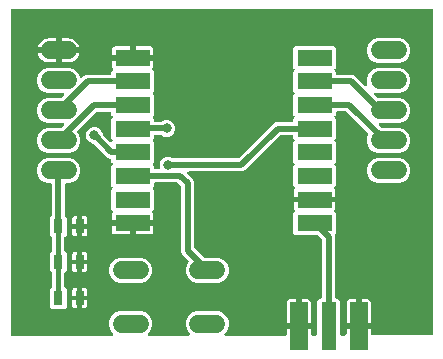
<source format=gbr>
G04 EAGLE Gerber RS-274X export*
G75*
%MOMM*%
%FSLAX34Y34*%
%LPD*%
%INTop Copper*%
%IPPOS*%
%AMOC8*
5,1,8,0,0,1.08239X$1,22.5*%
G01*
%ADD10R,0.800000X1.200000*%
%ADD11C,1.524000*%
%ADD12R,3.000000X1.400000*%
%ADD13R,1.524000X4.064000*%
%ADD14R,1.270000X4.064000*%
%ADD15C,0.508000*%
%ADD16C,0.806400*%
%ADD17C,0.406400*%

G36*
X96083Y533211D02*
X96083Y533211D01*
X96220Y533229D01*
X96359Y533242D01*
X96378Y533249D01*
X96399Y533251D01*
X96527Y533302D01*
X96658Y533349D01*
X96675Y533361D01*
X96695Y533369D01*
X96806Y533450D01*
X96921Y533528D01*
X96935Y533543D01*
X96952Y533556D01*
X97040Y533663D01*
X97132Y533766D01*
X97141Y533785D01*
X97154Y533801D01*
X97213Y533926D01*
X97276Y534050D01*
X97281Y534070D01*
X97290Y534089D01*
X97316Y534225D01*
X97346Y534360D01*
X97345Y534381D01*
X97349Y534401D01*
X97341Y534539D01*
X97336Y534678D01*
X97331Y534698D01*
X97329Y534718D01*
X97287Y534850D01*
X97248Y534983D01*
X97237Y535001D01*
X97231Y535021D01*
X97157Y535137D01*
X97086Y535257D01*
X97067Y535279D01*
X97061Y535289D01*
X97046Y535303D01*
X96980Y535378D01*
X95095Y537263D01*
X93471Y541184D01*
X93471Y545428D01*
X95095Y549349D01*
X98097Y552351D01*
X102018Y553975D01*
X121502Y553975D01*
X125423Y552351D01*
X128425Y549349D01*
X130049Y545428D01*
X130049Y541184D01*
X128425Y537263D01*
X126561Y535399D01*
X126476Y535289D01*
X126387Y535182D01*
X126378Y535164D01*
X126366Y535148D01*
X126311Y535020D01*
X126251Y534894D01*
X126248Y534874D01*
X126240Y534856D01*
X126218Y534718D01*
X126192Y534581D01*
X126193Y534562D01*
X126190Y534542D01*
X126203Y534403D01*
X126212Y534264D01*
X126218Y534245D01*
X126220Y534225D01*
X126267Y534094D01*
X126310Y533961D01*
X126321Y533945D01*
X126327Y533926D01*
X126406Y533810D01*
X126480Y533693D01*
X126495Y533679D01*
X126506Y533663D01*
X126611Y533570D01*
X126712Y533475D01*
X126729Y533466D01*
X126744Y533452D01*
X126869Y533389D01*
X126991Y533322D01*
X127010Y533317D01*
X127028Y533308D01*
X127164Y533277D01*
X127299Y533243D01*
X127326Y533241D01*
X127338Y533238D01*
X127358Y533239D01*
X127459Y533232D01*
X161064Y533255D01*
X161201Y533272D01*
X161339Y533285D01*
X161359Y533293D01*
X161379Y533295D01*
X161508Y533346D01*
X161638Y533393D01*
X161656Y533405D01*
X161675Y533412D01*
X161787Y533494D01*
X161902Y533572D01*
X161915Y533587D01*
X161932Y533599D01*
X162021Y533706D01*
X162112Y533810D01*
X162121Y533828D01*
X162135Y533844D01*
X162194Y533970D01*
X162257Y534093D01*
X162261Y534113D01*
X162270Y534132D01*
X162296Y534269D01*
X162326Y534404D01*
X162326Y534424D01*
X162330Y534445D01*
X162321Y534583D01*
X162317Y534722D01*
X162311Y534741D01*
X162310Y534762D01*
X162267Y534894D01*
X162228Y535027D01*
X162218Y535045D01*
X162211Y535065D01*
X162137Y535182D01*
X162067Y535301D01*
X162048Y535323D01*
X162041Y535333D01*
X162026Y535347D01*
X161960Y535422D01*
X160119Y537263D01*
X158495Y541184D01*
X158495Y545428D01*
X160119Y549349D01*
X163121Y552351D01*
X167042Y553975D01*
X186526Y553975D01*
X190447Y552351D01*
X193449Y549349D01*
X195073Y545428D01*
X195073Y541184D01*
X193449Y537263D01*
X191629Y535443D01*
X191543Y535333D01*
X191454Y535225D01*
X191446Y535207D01*
X191434Y535192D01*
X191378Y535064D01*
X191319Y534937D01*
X191315Y534918D01*
X191308Y534900D01*
X191286Y534762D01*
X191260Y534625D01*
X191261Y534605D01*
X191258Y534586D01*
X191271Y534446D01*
X191280Y534308D01*
X191286Y534289D01*
X191287Y534269D01*
X191335Y534137D01*
X191378Y534005D01*
X191388Y533989D01*
X191395Y533970D01*
X191474Y533854D01*
X191548Y533737D01*
X191563Y533723D01*
X191574Y533707D01*
X191678Y533614D01*
X191780Y533519D01*
X191797Y533509D01*
X191812Y533496D01*
X191937Y533433D01*
X192058Y533366D01*
X192078Y533361D01*
X192095Y533352D01*
X192231Y533321D01*
X192366Y533286D01*
X192394Y533285D01*
X192406Y533282D01*
X192426Y533283D01*
X192527Y533276D01*
X242571Y533310D01*
X242689Y533325D01*
X242807Y533332D01*
X242846Y533345D01*
X242886Y533350D01*
X242997Y533394D01*
X243109Y533430D01*
X243144Y533452D01*
X243182Y533467D01*
X243278Y533537D01*
X243378Y533600D01*
X243406Y533630D01*
X243439Y533654D01*
X243515Y533746D01*
X243596Y533832D01*
X243616Y533868D01*
X243642Y533899D01*
X243692Y534007D01*
X243750Y534110D01*
X243760Y534150D01*
X243777Y534187D01*
X243799Y534304D01*
X243829Y534418D01*
X243833Y534479D01*
X243837Y534499D01*
X243835Y534520D01*
X243839Y534579D01*
X243839Y538481D01*
X252730Y538481D01*
X252848Y538496D01*
X252967Y538503D01*
X253005Y538516D01*
X253045Y538521D01*
X253156Y538564D01*
X253269Y538601D01*
X253304Y538623D01*
X253341Y538638D01*
X253437Y538708D01*
X253538Y538771D01*
X253566Y538801D01*
X253598Y538825D01*
X253674Y538916D01*
X253756Y539003D01*
X253775Y539038D01*
X253801Y539069D01*
X253852Y539177D01*
X253909Y539281D01*
X253920Y539321D01*
X253937Y539357D01*
X253959Y539474D01*
X253989Y539589D01*
X253993Y539650D01*
X253997Y539670D01*
X253995Y539690D01*
X253999Y539750D01*
X253999Y541021D01*
X254001Y541021D01*
X254001Y539750D01*
X254016Y539632D01*
X254023Y539513D01*
X254036Y539475D01*
X254041Y539435D01*
X254085Y539324D01*
X254121Y539211D01*
X254143Y539176D01*
X254158Y539139D01*
X254228Y539043D01*
X254291Y538942D01*
X254321Y538914D01*
X254345Y538881D01*
X254436Y538806D01*
X254523Y538724D01*
X254558Y538704D01*
X254590Y538679D01*
X254697Y538628D01*
X254801Y538570D01*
X254841Y538560D01*
X254877Y538543D01*
X254994Y538521D01*
X255109Y538491D01*
X255170Y538487D01*
X255190Y538483D01*
X255210Y538485D01*
X255270Y538481D01*
X264161Y538481D01*
X264161Y534594D01*
X264176Y534476D01*
X264183Y534357D01*
X264196Y534319D01*
X264201Y534279D01*
X264245Y534168D01*
X264281Y534054D01*
X264303Y534020D01*
X264318Y533983D01*
X264388Y533887D01*
X264452Y533786D01*
X264481Y533758D01*
X264504Y533726D01*
X264597Y533650D01*
X264684Y533568D01*
X264719Y533549D01*
X264749Y533523D01*
X264858Y533472D01*
X264962Y533415D01*
X265001Y533405D01*
X265037Y533388D01*
X265154Y533365D01*
X265270Y533335D01*
X265330Y533332D01*
X265349Y533328D01*
X265370Y533329D01*
X265431Y533325D01*
X268733Y533327D01*
X268851Y533342D01*
X268969Y533350D01*
X269008Y533362D01*
X269048Y533368D01*
X269159Y533411D01*
X269271Y533448D01*
X269306Y533470D01*
X269344Y533485D01*
X269440Y533554D01*
X269540Y533618D01*
X269568Y533648D01*
X269601Y533672D01*
X269677Y533763D01*
X269758Y533850D01*
X269778Y533885D01*
X269804Y533917D01*
X269854Y534024D01*
X269912Y534128D01*
X269922Y534168D01*
X269939Y534205D01*
X269961Y534321D01*
X269991Y534436D01*
X269995Y534497D01*
X269999Y534517D01*
X269997Y534537D01*
X270001Y534597D01*
X270001Y562603D01*
X271787Y564389D01*
X272542Y564389D01*
X272660Y564404D01*
X272779Y564411D01*
X272817Y564424D01*
X272858Y564429D01*
X272968Y564472D01*
X273081Y564509D01*
X273116Y564531D01*
X273153Y564546D01*
X273249Y564615D01*
X273350Y564679D01*
X273378Y564709D01*
X273411Y564732D01*
X273487Y564824D01*
X273568Y564911D01*
X273588Y564946D01*
X273613Y564977D01*
X273664Y565085D01*
X273722Y565189D01*
X273732Y565229D01*
X273749Y565265D01*
X273771Y565382D01*
X273801Y565497D01*
X273805Y565557D01*
X273809Y565577D01*
X273807Y565598D01*
X273811Y565658D01*
X273811Y613759D01*
X273799Y613858D01*
X273796Y613957D01*
X273779Y614015D01*
X273771Y614075D01*
X273735Y614167D01*
X273707Y614262D01*
X273677Y614314D01*
X273654Y614371D01*
X273596Y614451D01*
X273546Y614536D01*
X273480Y614611D01*
X273468Y614628D01*
X273458Y614636D01*
X273440Y614657D01*
X270017Y618080D01*
X269939Y618140D01*
X269866Y618208D01*
X269813Y618237D01*
X269766Y618274D01*
X269675Y618314D01*
X269588Y618362D01*
X269529Y618377D01*
X269474Y618401D01*
X269376Y618416D01*
X269280Y618441D01*
X269180Y618447D01*
X269160Y618451D01*
X269147Y618449D01*
X269119Y618451D01*
X251237Y618451D01*
X249451Y620237D01*
X249451Y636763D01*
X250650Y637962D01*
X250723Y638056D01*
X250802Y638145D01*
X250820Y638181D01*
X250845Y638213D01*
X250892Y638322D01*
X250947Y638428D01*
X250955Y638468D01*
X250971Y638505D01*
X250990Y638623D01*
X251016Y638739D01*
X251015Y638779D01*
X251021Y638819D01*
X251010Y638938D01*
X251007Y639056D01*
X250995Y639095D01*
X250991Y639136D01*
X250951Y639248D01*
X250918Y639362D01*
X250898Y639397D01*
X250884Y639435D01*
X250817Y639533D01*
X250757Y639636D01*
X250717Y639681D01*
X250705Y639698D01*
X250690Y639711D01*
X250650Y639757D01*
X250467Y639940D01*
X250132Y640519D01*
X249959Y641166D01*
X249959Y645961D01*
X266230Y645961D01*
X266348Y645976D01*
X266467Y645983D01*
X266505Y645996D01*
X266545Y646001D01*
X266656Y646044D01*
X266769Y646081D01*
X266804Y646103D01*
X266841Y646118D01*
X266937Y646188D01*
X267038Y646251D01*
X267066Y646281D01*
X267098Y646305D01*
X267174Y646396D01*
X267256Y646483D01*
X267275Y646518D01*
X267301Y646549D01*
X267352Y646657D01*
X267409Y646761D01*
X267420Y646801D01*
X267437Y646837D01*
X267459Y646954D01*
X267489Y647069D01*
X267493Y647130D01*
X267497Y647150D01*
X267495Y647170D01*
X267499Y647230D01*
X267499Y649770D01*
X267484Y649888D01*
X267477Y650007D01*
X267464Y650045D01*
X267459Y650085D01*
X267415Y650196D01*
X267379Y650309D01*
X267357Y650344D01*
X267342Y650381D01*
X267272Y650477D01*
X267209Y650578D01*
X267179Y650606D01*
X267155Y650638D01*
X267064Y650714D01*
X266977Y650796D01*
X266942Y650815D01*
X266910Y650841D01*
X266803Y650892D01*
X266699Y650949D01*
X266659Y650960D01*
X266623Y650977D01*
X266506Y650999D01*
X266391Y651029D01*
X266330Y651033D01*
X266310Y651037D01*
X266290Y651035D01*
X266230Y651039D01*
X249959Y651039D01*
X249959Y655834D01*
X250132Y656481D01*
X250467Y657060D01*
X250650Y657243D01*
X250723Y657337D01*
X250802Y657427D01*
X250820Y657463D01*
X250845Y657494D01*
X250892Y657604D01*
X250947Y657710D01*
X250955Y657749D01*
X250971Y657786D01*
X250990Y657904D01*
X251016Y658020D01*
X251015Y658061D01*
X251021Y658100D01*
X251010Y658219D01*
X251007Y658338D01*
X250995Y658377D01*
X250991Y658417D01*
X250951Y658529D01*
X250918Y658643D01*
X250898Y658678D01*
X250884Y658716D01*
X250817Y658815D01*
X250757Y658917D01*
X250717Y658963D01*
X250705Y658979D01*
X250690Y658993D01*
X250650Y659038D01*
X249451Y660237D01*
X249451Y676763D01*
X250291Y677602D01*
X250364Y677696D01*
X250443Y677786D01*
X250461Y677822D01*
X250486Y677854D01*
X250533Y677963D01*
X250587Y678069D01*
X250596Y678108D01*
X250612Y678146D01*
X250631Y678263D01*
X250657Y678379D01*
X250656Y678420D01*
X250662Y678460D01*
X250651Y678578D01*
X250647Y678697D01*
X250636Y678736D01*
X250632Y678776D01*
X250592Y678889D01*
X250559Y679003D01*
X250538Y679037D01*
X250525Y679076D01*
X250458Y679174D01*
X250397Y679277D01*
X250357Y679322D01*
X250346Y679339D01*
X250331Y679352D01*
X250291Y679397D01*
X249451Y680237D01*
X249451Y696763D01*
X250291Y697602D01*
X250364Y697696D01*
X250443Y697786D01*
X250461Y697822D01*
X250486Y697854D01*
X250533Y697963D01*
X250587Y698069D01*
X250596Y698108D01*
X250612Y698146D01*
X250631Y698263D01*
X250657Y698379D01*
X250656Y698420D01*
X250662Y698460D01*
X250651Y698578D01*
X250647Y698697D01*
X250636Y698736D01*
X250632Y698776D01*
X250592Y698889D01*
X250559Y699003D01*
X250538Y699037D01*
X250525Y699076D01*
X250458Y699174D01*
X250397Y699277D01*
X250357Y699322D01*
X250346Y699339D01*
X250331Y699352D01*
X250291Y699397D01*
X249451Y700237D01*
X249451Y701642D01*
X249436Y701760D01*
X249429Y701879D01*
X249416Y701917D01*
X249411Y701958D01*
X249368Y702068D01*
X249331Y702181D01*
X249309Y702216D01*
X249294Y702253D01*
X249225Y702349D01*
X249161Y702450D01*
X249131Y702478D01*
X249108Y702511D01*
X249016Y702587D01*
X248929Y702668D01*
X248894Y702688D01*
X248863Y702713D01*
X248755Y702764D01*
X248651Y702822D01*
X248611Y702832D01*
X248575Y702849D01*
X248458Y702871D01*
X248343Y702901D01*
X248283Y702905D01*
X248263Y702909D01*
X248242Y702907D01*
X248182Y702911D01*
X239155Y702911D01*
X239056Y702899D01*
X238957Y702896D01*
X238899Y702879D01*
X238839Y702871D01*
X238747Y702835D01*
X238652Y702807D01*
X238600Y702777D01*
X238543Y702754D01*
X238463Y702696D01*
X238378Y702646D01*
X238303Y702580D01*
X238286Y702568D01*
X238278Y702558D01*
X238257Y702540D01*
X208779Y673061D01*
X206725Y672210D01*
X160956Y672210D01*
X160818Y672193D01*
X160679Y672180D01*
X160660Y672173D01*
X160640Y672170D01*
X160511Y672119D01*
X160380Y672072D01*
X160363Y672061D01*
X160344Y672053D01*
X160232Y671972D01*
X160117Y671894D01*
X160103Y671878D01*
X160087Y671867D01*
X159998Y671759D01*
X159906Y671655D01*
X159897Y671637D01*
X159884Y671622D01*
X159825Y671496D01*
X159762Y671372D01*
X159757Y671352D01*
X159749Y671334D01*
X159723Y671198D01*
X159692Y671062D01*
X159693Y671041D01*
X159689Y671022D01*
X159698Y670883D01*
X159702Y670744D01*
X159707Y670724D01*
X159709Y670704D01*
X159751Y670572D01*
X159790Y670438D01*
X159800Y670421D01*
X159807Y670402D01*
X159881Y670284D01*
X159952Y670164D01*
X159970Y670143D01*
X159977Y670133D01*
X159992Y670119D01*
X160058Y670044D01*
X164758Y665344D01*
X165609Y663290D01*
X165609Y608123D01*
X165621Y608024D01*
X165624Y607925D01*
X165641Y607867D01*
X165649Y607807D01*
X165685Y607715D01*
X165713Y607620D01*
X165743Y607568D01*
X165766Y607511D01*
X165824Y607431D01*
X165874Y607346D01*
X165940Y607271D01*
X165952Y607254D01*
X165962Y607246D01*
X165980Y607225D01*
X173647Y599558D01*
X173725Y599498D01*
X173798Y599430D01*
X173851Y599401D01*
X173898Y599364D01*
X173989Y599324D01*
X174076Y599276D01*
X174135Y599261D01*
X174190Y599237D01*
X174288Y599222D01*
X174384Y599197D01*
X174484Y599191D01*
X174504Y599187D01*
X174517Y599189D01*
X174545Y599187D01*
X186526Y599187D01*
X190447Y597563D01*
X193449Y594561D01*
X195073Y590640D01*
X195073Y586396D01*
X193449Y582475D01*
X190447Y579473D01*
X186526Y577849D01*
X167042Y577849D01*
X163121Y579473D01*
X160119Y582475D01*
X158495Y586396D01*
X158495Y590640D01*
X160119Y594561D01*
X160581Y595023D01*
X160654Y595117D01*
X160733Y595206D01*
X160751Y595242D01*
X160776Y595274D01*
X160823Y595383D01*
X160877Y595489D01*
X160886Y595529D01*
X160902Y595566D01*
X160921Y595684D01*
X160947Y595799D01*
X160946Y595840D01*
X160952Y595880D01*
X160941Y595998D01*
X160937Y596117D01*
X160926Y596156D01*
X160922Y596196D01*
X160882Y596308D01*
X160849Y596423D01*
X160828Y596458D01*
X160814Y596496D01*
X160748Y596594D01*
X160687Y596697D01*
X160647Y596742D01*
X160636Y596759D01*
X160621Y596772D01*
X160581Y596818D01*
X155282Y602116D01*
X154431Y604170D01*
X154431Y659337D01*
X154419Y659436D01*
X154416Y659535D01*
X154399Y659593D01*
X154391Y659653D01*
X154355Y659745D01*
X154327Y659840D01*
X154297Y659892D01*
X154274Y659949D01*
X154216Y660029D01*
X154166Y660114D01*
X154100Y660189D01*
X154088Y660206D01*
X154078Y660214D01*
X154060Y660235D01*
X151755Y662540D01*
X151677Y662600D01*
X151604Y662668D01*
X151551Y662697D01*
X151504Y662734D01*
X151413Y662774D01*
X151326Y662822D01*
X151267Y662837D01*
X151212Y662861D01*
X151114Y662876D01*
X151018Y662901D01*
X150918Y662907D01*
X150898Y662911D01*
X150885Y662909D01*
X150857Y662911D01*
X132818Y662911D01*
X132700Y662896D01*
X132581Y662889D01*
X132543Y662876D01*
X132502Y662871D01*
X132392Y662828D01*
X132279Y662791D01*
X132244Y662769D01*
X132207Y662754D01*
X132111Y662685D01*
X132010Y662621D01*
X131982Y662591D01*
X131949Y662568D01*
X131873Y662476D01*
X131792Y662389D01*
X131772Y662354D01*
X131747Y662323D01*
X131696Y662215D01*
X131638Y662111D01*
X131628Y662071D01*
X131611Y662035D01*
X131589Y661918D01*
X131559Y661803D01*
X131555Y661743D01*
X131551Y661723D01*
X131553Y661702D01*
X131549Y661642D01*
X131549Y660237D01*
X130709Y659398D01*
X130636Y659304D01*
X130557Y659214D01*
X130539Y659178D01*
X130514Y659146D01*
X130467Y659037D01*
X130413Y658931D01*
X130404Y658892D01*
X130388Y658854D01*
X130369Y658737D01*
X130343Y658621D01*
X130344Y658580D01*
X130338Y658540D01*
X130349Y658422D01*
X130353Y658303D01*
X130364Y658264D01*
X130368Y658224D01*
X130408Y658111D01*
X130441Y657997D01*
X130462Y657963D01*
X130475Y657924D01*
X130542Y657826D01*
X130603Y657723D01*
X130643Y657678D01*
X130654Y657661D01*
X130669Y657648D01*
X130709Y657603D01*
X131549Y656763D01*
X131549Y640237D01*
X130350Y639038D01*
X130277Y638944D01*
X130198Y638855D01*
X130180Y638819D01*
X130155Y638787D01*
X130108Y638678D01*
X130053Y638572D01*
X130045Y638532D01*
X130029Y638495D01*
X130010Y638377D01*
X129984Y638261D01*
X129985Y638221D01*
X129979Y638181D01*
X129990Y638062D01*
X129993Y637944D01*
X130005Y637905D01*
X130009Y637864D01*
X130049Y637752D01*
X130082Y637638D01*
X130102Y637603D01*
X130116Y637565D01*
X130183Y637467D01*
X130243Y637364D01*
X130283Y637319D01*
X130295Y637302D01*
X130310Y637289D01*
X130350Y637243D01*
X130533Y637060D01*
X130868Y636481D01*
X131041Y635834D01*
X131041Y631039D01*
X114770Y631039D01*
X114652Y631024D01*
X114533Y631017D01*
X114495Y631004D01*
X114455Y630999D01*
X114344Y630955D01*
X114231Y630919D01*
X114196Y630897D01*
X114159Y630882D01*
X114063Y630812D01*
X113962Y630749D01*
X113934Y630719D01*
X113902Y630695D01*
X113826Y630604D01*
X113744Y630517D01*
X113725Y630482D01*
X113699Y630450D01*
X113648Y630343D01*
X113591Y630239D01*
X113580Y630199D01*
X113563Y630163D01*
X113541Y630046D01*
X113511Y629931D01*
X113507Y629870D01*
X113503Y629850D01*
X113505Y629830D01*
X113501Y629770D01*
X113501Y628499D01*
X113499Y628499D01*
X113499Y629770D01*
X113484Y629888D01*
X113477Y630007D01*
X113464Y630045D01*
X113459Y630085D01*
X113415Y630196D01*
X113379Y630309D01*
X113357Y630344D01*
X113342Y630381D01*
X113272Y630477D01*
X113209Y630578D01*
X113179Y630606D01*
X113155Y630638D01*
X113064Y630714D01*
X112977Y630796D01*
X112942Y630815D01*
X112910Y630841D01*
X112803Y630892D01*
X112699Y630949D01*
X112659Y630960D01*
X112623Y630977D01*
X112506Y630999D01*
X112391Y631029D01*
X112330Y631033D01*
X112310Y631037D01*
X112290Y631035D01*
X112230Y631039D01*
X95959Y631039D01*
X95959Y635834D01*
X96132Y636481D01*
X96467Y637060D01*
X96650Y637243D01*
X96723Y637337D01*
X96802Y637427D01*
X96820Y637463D01*
X96845Y637495D01*
X96892Y637604D01*
X96947Y637710D01*
X96955Y637749D01*
X96971Y637786D01*
X96990Y637904D01*
X97016Y638020D01*
X97015Y638061D01*
X97021Y638101D01*
X97010Y638219D01*
X97007Y638338D01*
X96995Y638377D01*
X96991Y638417D01*
X96951Y638529D01*
X96918Y638644D01*
X96898Y638678D01*
X96884Y638716D01*
X96817Y638815D01*
X96757Y638917D01*
X96717Y638963D01*
X96705Y638980D01*
X96690Y638993D01*
X96650Y639038D01*
X95451Y640237D01*
X95451Y656763D01*
X96291Y657603D01*
X96364Y657697D01*
X96443Y657786D01*
X96461Y657822D01*
X96486Y657854D01*
X96533Y657963D01*
X96587Y658069D01*
X96596Y658108D01*
X96612Y658146D01*
X96631Y658263D01*
X96657Y658379D01*
X96656Y658420D01*
X96662Y658460D01*
X96651Y658578D01*
X96647Y658697D01*
X96636Y658736D01*
X96632Y658776D01*
X96592Y658888D01*
X96559Y659003D01*
X96538Y659038D01*
X96525Y659076D01*
X96458Y659174D01*
X96397Y659277D01*
X96358Y659322D01*
X96346Y659339D01*
X96331Y659352D01*
X96291Y659398D01*
X95451Y660237D01*
X95451Y676763D01*
X96291Y677602D01*
X96364Y677696D01*
X96443Y677786D01*
X96461Y677822D01*
X96486Y677854D01*
X96533Y677963D01*
X96587Y678069D01*
X96596Y678108D01*
X96612Y678146D01*
X96631Y678263D01*
X96657Y678379D01*
X96656Y678420D01*
X96662Y678460D01*
X96651Y678578D01*
X96647Y678697D01*
X96636Y678736D01*
X96632Y678776D01*
X96592Y678889D01*
X96559Y679003D01*
X96538Y679037D01*
X96525Y679076D01*
X96458Y679174D01*
X96397Y679277D01*
X96357Y679322D01*
X96346Y679339D01*
X96331Y679352D01*
X96291Y679397D01*
X95451Y680237D01*
X95451Y681664D01*
X95448Y681693D01*
X95450Y681722D01*
X95434Y681815D01*
X95429Y681894D01*
X95418Y681928D01*
X95411Y681979D01*
X95401Y682006D01*
X95396Y682036D01*
X95351Y682135D01*
X95331Y682196D01*
X95316Y682219D01*
X95294Y682275D01*
X95277Y682299D01*
X95265Y682326D01*
X95188Y682422D01*
X95161Y682465D01*
X95147Y682478D01*
X95108Y682532D01*
X95085Y682551D01*
X95066Y682574D01*
X94963Y682652D01*
X94955Y682658D01*
X94929Y682683D01*
X94918Y682689D01*
X94863Y682735D01*
X94836Y682747D01*
X94812Y682765D01*
X94668Y682836D01*
X92432Y683762D01*
X80829Y695366D01*
X80751Y695426D01*
X80678Y695494D01*
X80625Y695523D01*
X80578Y695560D01*
X80487Y695600D01*
X80400Y695648D01*
X80341Y695663D01*
X80286Y695687D01*
X80188Y695702D01*
X80092Y695727D01*
X79992Y695733D01*
X79972Y695737D01*
X79959Y695735D01*
X79931Y695737D01*
X79618Y695737D01*
X77015Y696815D01*
X75023Y698807D01*
X73945Y701410D01*
X73945Y704226D01*
X75023Y706829D01*
X77015Y708821D01*
X79618Y709899D01*
X82434Y709899D01*
X85037Y708821D01*
X87029Y706829D01*
X88142Y704141D01*
X88147Y704105D01*
X88183Y704013D01*
X88211Y703918D01*
X88241Y703866D01*
X88264Y703809D01*
X88322Y703729D01*
X88372Y703644D01*
X88438Y703569D01*
X88450Y703552D01*
X88460Y703544D01*
X88478Y703523D01*
X94448Y697554D01*
X94542Y697481D01*
X94631Y697402D01*
X94667Y697384D01*
X94699Y697359D01*
X94808Y697312D01*
X94914Y697258D01*
X94954Y697249D01*
X94991Y697233D01*
X95109Y697214D01*
X95225Y697188D01*
X95265Y697189D01*
X95305Y697183D01*
X95424Y697194D01*
X95543Y697198D01*
X95581Y697209D01*
X95621Y697213D01*
X95734Y697253D01*
X95848Y697286D01*
X95883Y697307D01*
X95921Y697320D01*
X96019Y697387D01*
X96122Y697448D01*
X96167Y697488D01*
X96184Y697499D01*
X96197Y697514D01*
X96243Y697554D01*
X96291Y697603D01*
X96364Y697697D01*
X96443Y697786D01*
X96461Y697822D01*
X96486Y697854D01*
X96533Y697963D01*
X96587Y698069D01*
X96596Y698109D01*
X96612Y698146D01*
X96631Y698264D01*
X96657Y698379D01*
X96656Y698420D01*
X96662Y698460D01*
X96651Y698578D01*
X96647Y698697D01*
X96636Y698736D01*
X96632Y698777D01*
X96592Y698889D01*
X96559Y699003D01*
X96538Y699038D01*
X96524Y699076D01*
X96458Y699174D01*
X96397Y699277D01*
X96357Y699322D01*
X96346Y699339D01*
X96330Y699353D01*
X96291Y699398D01*
X95451Y700237D01*
X95451Y716763D01*
X96291Y717603D01*
X96364Y717697D01*
X96443Y717786D01*
X96461Y717822D01*
X96486Y717854D01*
X96533Y717963D01*
X96587Y718069D01*
X96596Y718108D01*
X96612Y718146D01*
X96631Y718263D01*
X96657Y718379D01*
X96656Y718420D01*
X96662Y718460D01*
X96651Y718578D01*
X96647Y718697D01*
X96636Y718736D01*
X96632Y718776D01*
X96592Y718888D01*
X96559Y719003D01*
X96538Y719038D01*
X96525Y719076D01*
X96458Y719174D01*
X96397Y719277D01*
X96358Y719322D01*
X96346Y719339D01*
X96331Y719352D01*
X96291Y719398D01*
X95451Y720237D01*
X95451Y721642D01*
X95436Y721760D01*
X95429Y721879D01*
X95416Y721917D01*
X95411Y721958D01*
X95368Y722068D01*
X95331Y722181D01*
X95309Y722216D01*
X95294Y722253D01*
X95225Y722349D01*
X95161Y722450D01*
X95131Y722478D01*
X95108Y722511D01*
X95016Y722587D01*
X94929Y722668D01*
X94894Y722688D01*
X94863Y722713D01*
X94755Y722764D01*
X94651Y722822D01*
X94611Y722832D01*
X94575Y722849D01*
X94458Y722871D01*
X94343Y722901D01*
X94283Y722905D01*
X94263Y722909D01*
X94242Y722907D01*
X94182Y722911D01*
X83641Y722911D01*
X83542Y722899D01*
X83443Y722896D01*
X83385Y722879D01*
X83325Y722871D01*
X83233Y722835D01*
X83138Y722807D01*
X83086Y722777D01*
X83029Y722754D01*
X82949Y722696D01*
X82864Y722646D01*
X82789Y722580D01*
X82772Y722568D01*
X82764Y722558D01*
X82743Y722540D01*
X67003Y706800D01*
X66930Y706705D01*
X66851Y706616D01*
X66833Y706580D01*
X66808Y706548D01*
X66761Y706439D01*
X66707Y706333D01*
X66698Y706294D01*
X66682Y706256D01*
X66663Y706139D01*
X66637Y706023D01*
X66638Y705982D01*
X66632Y705942D01*
X66643Y705823D01*
X66647Y705705D01*
X66658Y705666D01*
X66662Y705626D01*
X66702Y705514D01*
X66735Y705399D01*
X66756Y705365D01*
X66770Y705326D01*
X66836Y705228D01*
X66897Y705125D01*
X66937Y705080D01*
X66948Y705063D01*
X66963Y705050D01*
X67003Y705005D01*
X67465Y704543D01*
X69089Y700622D01*
X69089Y696378D01*
X67465Y692457D01*
X64463Y689455D01*
X60542Y687831D01*
X41058Y687831D01*
X37137Y689455D01*
X34135Y692457D01*
X32511Y696378D01*
X32511Y700622D01*
X34135Y704543D01*
X37137Y707545D01*
X41058Y709169D01*
X53039Y709169D01*
X53138Y709181D01*
X53237Y709184D01*
X53295Y709201D01*
X53355Y709209D01*
X53447Y709245D01*
X53542Y709273D01*
X53594Y709303D01*
X53651Y709326D01*
X53731Y709384D01*
X53816Y709434D01*
X53891Y709500D01*
X53908Y709512D01*
X53916Y709522D01*
X53937Y709540D01*
X55461Y711065D01*
X55546Y711174D01*
X55635Y711281D01*
X55643Y711300D01*
X55656Y711316D01*
X55711Y711443D01*
X55770Y711569D01*
X55774Y711589D01*
X55782Y711608D01*
X55804Y711746D01*
X55830Y711882D01*
X55829Y711902D01*
X55832Y711922D01*
X55819Y712061D01*
X55810Y712199D01*
X55804Y712218D01*
X55802Y712238D01*
X55755Y712370D01*
X55712Y712501D01*
X55701Y712519D01*
X55695Y712538D01*
X55617Y712653D01*
X55542Y712770D01*
X55527Y712784D01*
X55516Y712801D01*
X55412Y712893D01*
X55311Y712988D01*
X55293Y712998D01*
X55278Y713011D01*
X55153Y713075D01*
X55032Y713142D01*
X55012Y713147D01*
X54994Y713156D01*
X54859Y713186D01*
X54724Y713221D01*
X54696Y713223D01*
X54684Y713226D01*
X54664Y713225D01*
X54563Y713231D01*
X41058Y713231D01*
X37137Y714855D01*
X34135Y717857D01*
X32511Y721778D01*
X32511Y726022D01*
X34135Y729943D01*
X37137Y732945D01*
X41058Y734569D01*
X53039Y734569D01*
X53138Y734581D01*
X53237Y734584D01*
X53295Y734601D01*
X53355Y734609D01*
X53447Y734645D01*
X53542Y734673D01*
X53594Y734703D01*
X53651Y734726D01*
X53731Y734784D01*
X53816Y734834D01*
X53891Y734900D01*
X53908Y734912D01*
X53916Y734922D01*
X53937Y734940D01*
X55461Y736465D01*
X55546Y736574D01*
X55635Y736681D01*
X55643Y736700D01*
X55656Y736716D01*
X55711Y736843D01*
X55770Y736969D01*
X55774Y736989D01*
X55782Y737008D01*
X55804Y737146D01*
X55830Y737282D01*
X55829Y737302D01*
X55832Y737322D01*
X55819Y737461D01*
X55810Y737599D01*
X55804Y737618D01*
X55802Y737638D01*
X55755Y737770D01*
X55712Y737901D01*
X55701Y737919D01*
X55695Y737938D01*
X55617Y738053D01*
X55542Y738170D01*
X55527Y738184D01*
X55516Y738201D01*
X55412Y738293D01*
X55311Y738388D01*
X55293Y738398D01*
X55278Y738411D01*
X55153Y738475D01*
X55032Y738542D01*
X55012Y738547D01*
X54994Y738556D01*
X54859Y738586D01*
X54724Y738621D01*
X54696Y738623D01*
X54684Y738626D01*
X54664Y738625D01*
X54563Y738631D01*
X41058Y738631D01*
X37137Y740255D01*
X34135Y743257D01*
X32511Y747178D01*
X32511Y751422D01*
X34135Y755343D01*
X37137Y758345D01*
X41058Y759969D01*
X60542Y759969D01*
X64463Y758345D01*
X67465Y755343D01*
X68751Y752237D01*
X68763Y752216D01*
X68770Y752195D01*
X68782Y752176D01*
X68793Y752147D01*
X68854Y752056D01*
X68909Y751961D01*
X68937Y751931D01*
X68940Y751927D01*
X68946Y751921D01*
X68971Y751884D01*
X69054Y751811D01*
X69130Y751732D01*
X69173Y751706D01*
X69210Y751673D01*
X69307Y751623D01*
X69401Y751566D01*
X69449Y751551D01*
X69493Y751529D01*
X69600Y751505D01*
X69705Y751472D01*
X69755Y751470D01*
X69803Y751459D01*
X69913Y751462D01*
X70023Y751457D01*
X70071Y751467D01*
X70121Y751469D01*
X70227Y751499D01*
X70334Y751521D01*
X70379Y751543D01*
X70427Y751557D01*
X70517Y751610D01*
X70547Y751622D01*
X70561Y751632D01*
X70620Y751661D01*
X70658Y751693D01*
X70701Y751719D01*
X70797Y751804D01*
X70805Y751809D01*
X70808Y751813D01*
X70821Y751825D01*
X72234Y753238D01*
X74288Y754089D01*
X94182Y754089D01*
X94300Y754104D01*
X94419Y754111D01*
X94457Y754124D01*
X94498Y754129D01*
X94608Y754172D01*
X94721Y754209D01*
X94756Y754231D01*
X94793Y754246D01*
X94889Y754315D01*
X94990Y754379D01*
X95018Y754409D01*
X95051Y754432D01*
X95127Y754524D01*
X95208Y754611D01*
X95228Y754646D01*
X95253Y754677D01*
X95304Y754785D01*
X95362Y754889D01*
X95372Y754929D01*
X95389Y754965D01*
X95411Y755082D01*
X95441Y755197D01*
X95445Y755257D01*
X95449Y755277D01*
X95447Y755298D01*
X95451Y755358D01*
X95451Y756763D01*
X96650Y757962D01*
X96723Y758056D01*
X96802Y758145D01*
X96820Y758181D01*
X96845Y758213D01*
X96892Y758322D01*
X96947Y758428D01*
X96955Y758468D01*
X96971Y758505D01*
X96990Y758623D01*
X97016Y758739D01*
X97015Y758779D01*
X97021Y758819D01*
X97010Y758938D01*
X97006Y759057D01*
X96995Y759095D01*
X96991Y759136D01*
X96951Y759248D01*
X96918Y759362D01*
X96898Y759397D01*
X96884Y759435D01*
X96817Y759533D01*
X96757Y759636D01*
X96717Y759681D01*
X96705Y759698D01*
X96690Y759712D01*
X96650Y759757D01*
X96467Y759940D01*
X96132Y760519D01*
X95959Y761166D01*
X95959Y765961D01*
X112230Y765961D01*
X112348Y765976D01*
X112467Y765983D01*
X112505Y765996D01*
X112545Y766001D01*
X112656Y766044D01*
X112769Y766081D01*
X112804Y766103D01*
X112841Y766118D01*
X112937Y766188D01*
X113038Y766251D01*
X113066Y766281D01*
X113098Y766305D01*
X113174Y766396D01*
X113256Y766483D01*
X113275Y766518D01*
X113301Y766549D01*
X113352Y766657D01*
X113409Y766761D01*
X113420Y766801D01*
X113437Y766837D01*
X113459Y766954D01*
X113489Y767069D01*
X113493Y767130D01*
X113497Y767150D01*
X113495Y767170D01*
X113499Y767230D01*
X113499Y768501D01*
X113501Y768501D01*
X113501Y767230D01*
X113516Y767112D01*
X113523Y766993D01*
X113536Y766955D01*
X113541Y766915D01*
X113585Y766804D01*
X113621Y766691D01*
X113643Y766656D01*
X113658Y766619D01*
X113728Y766523D01*
X113791Y766422D01*
X113821Y766394D01*
X113845Y766361D01*
X113936Y766286D01*
X114023Y766204D01*
X114058Y766184D01*
X114090Y766159D01*
X114197Y766108D01*
X114301Y766050D01*
X114341Y766040D01*
X114377Y766023D01*
X114494Y766001D01*
X114609Y765971D01*
X114670Y765967D01*
X114690Y765963D01*
X114710Y765965D01*
X114770Y765961D01*
X131041Y765961D01*
X131041Y761166D01*
X130868Y760519D01*
X130533Y759940D01*
X130350Y759757D01*
X130277Y759663D01*
X130198Y759573D01*
X130180Y759537D01*
X130155Y759506D01*
X130107Y759396D01*
X130053Y759290D01*
X130045Y759251D01*
X130029Y759214D01*
X130010Y759096D01*
X129984Y758980D01*
X129985Y758939D01*
X129979Y758900D01*
X129990Y758781D01*
X129993Y758662D01*
X130005Y758623D01*
X130009Y758583D01*
X130049Y758471D01*
X130082Y758357D01*
X130102Y758322D01*
X130116Y758284D01*
X130183Y758185D01*
X130243Y758083D01*
X130283Y758037D01*
X130295Y758021D01*
X130310Y758007D01*
X130350Y757962D01*
X131549Y756763D01*
X131549Y740237D01*
X130709Y739398D01*
X130636Y739304D01*
X130557Y739214D01*
X130539Y739178D01*
X130514Y739146D01*
X130467Y739037D01*
X130413Y738931D01*
X130404Y738892D01*
X130388Y738854D01*
X130369Y738737D01*
X130343Y738621D01*
X130344Y738580D01*
X130338Y738540D01*
X130349Y738422D01*
X130353Y738303D01*
X130364Y738264D01*
X130368Y738224D01*
X130408Y738111D01*
X130441Y737997D01*
X130462Y737963D01*
X130475Y737924D01*
X130542Y737826D01*
X130603Y737723D01*
X130643Y737678D01*
X130654Y737661D01*
X130669Y737648D01*
X130709Y737603D01*
X131549Y736763D01*
X131549Y720237D01*
X130709Y719398D01*
X130636Y719304D01*
X130557Y719214D01*
X130539Y719178D01*
X130514Y719146D01*
X130467Y719037D01*
X130413Y718931D01*
X130404Y718892D01*
X130388Y718854D01*
X130369Y718737D01*
X130343Y718621D01*
X130344Y718580D01*
X130338Y718540D01*
X130349Y718422D01*
X130353Y718303D01*
X130364Y718264D01*
X130368Y718224D01*
X130408Y718111D01*
X130441Y717997D01*
X130462Y717963D01*
X130475Y717924D01*
X130542Y717826D01*
X130603Y717723D01*
X130643Y717678D01*
X130654Y717661D01*
X130669Y717648D01*
X130709Y717603D01*
X131549Y716763D01*
X131549Y715518D01*
X131564Y715400D01*
X131571Y715281D01*
X131584Y715243D01*
X131589Y715202D01*
X131632Y715092D01*
X131669Y714979D01*
X131691Y714944D01*
X131706Y714907D01*
X131775Y714811D01*
X131839Y714710D01*
X131869Y714682D01*
X131892Y714649D01*
X131984Y714573D01*
X132071Y714492D01*
X132106Y714472D01*
X132137Y714447D01*
X132245Y714396D01*
X132349Y714338D01*
X132389Y714328D01*
X132425Y714311D01*
X132542Y714289D01*
X132657Y714259D01*
X132717Y714255D01*
X132737Y714251D01*
X132758Y714253D01*
X132818Y714249D01*
X137289Y714249D01*
X137388Y714261D01*
X137487Y714264D01*
X137545Y714281D01*
X137605Y714289D01*
X137697Y714325D01*
X137792Y714353D01*
X137844Y714383D01*
X137901Y714406D01*
X137981Y714464D01*
X138066Y714514D01*
X138141Y714580D01*
X138158Y714592D01*
X138166Y714602D01*
X138187Y714620D01*
X138229Y714663D01*
X140832Y715741D01*
X143648Y715741D01*
X146251Y714663D01*
X148243Y712671D01*
X149321Y710068D01*
X149321Y707252D01*
X148243Y704649D01*
X146251Y702657D01*
X143648Y701579D01*
X140832Y701579D01*
X138229Y702657D01*
X138187Y702700D01*
X138109Y702760D01*
X138036Y702828D01*
X137983Y702857D01*
X137936Y702894D01*
X137845Y702934D01*
X137758Y702982D01*
X137699Y702997D01*
X137644Y703021D01*
X137546Y703036D01*
X137450Y703061D01*
X137350Y703067D01*
X137330Y703071D01*
X137317Y703069D01*
X137289Y703071D01*
X132818Y703071D01*
X132700Y703056D01*
X132581Y703049D01*
X132543Y703036D01*
X132502Y703031D01*
X132392Y702988D01*
X132279Y702951D01*
X132244Y702929D01*
X132207Y702914D01*
X132111Y702845D01*
X132010Y702781D01*
X131982Y702751D01*
X131949Y702728D01*
X131873Y702636D01*
X131792Y702549D01*
X131772Y702514D01*
X131747Y702483D01*
X131696Y702375D01*
X131638Y702271D01*
X131628Y702231D01*
X131611Y702195D01*
X131589Y702078D01*
X131559Y701963D01*
X131555Y701903D01*
X131551Y701883D01*
X131553Y701862D01*
X131549Y701802D01*
X131549Y700237D01*
X130709Y699398D01*
X130636Y699304D01*
X130557Y699214D01*
X130539Y699178D01*
X130514Y699146D01*
X130467Y699037D01*
X130413Y698931D01*
X130404Y698892D01*
X130388Y698854D01*
X130369Y698737D01*
X130343Y698621D01*
X130344Y698580D01*
X130338Y698540D01*
X130349Y698421D01*
X130353Y698303D01*
X130364Y698264D01*
X130368Y698224D01*
X130408Y698111D01*
X130441Y697997D01*
X130462Y697963D01*
X130475Y697924D01*
X130542Y697826D01*
X130603Y697723D01*
X130643Y697678D01*
X130654Y697661D01*
X130669Y697648D01*
X130709Y697603D01*
X131549Y696763D01*
X131549Y680237D01*
X130709Y679397D01*
X130636Y679303D01*
X130557Y679214D01*
X130539Y679178D01*
X130514Y679146D01*
X130467Y679037D01*
X130413Y678931D01*
X130404Y678892D01*
X130388Y678854D01*
X130369Y678737D01*
X130343Y678621D01*
X130344Y678580D01*
X130338Y678540D01*
X130349Y678422D01*
X130353Y678303D01*
X130364Y678264D01*
X130368Y678224D01*
X130408Y678112D01*
X130441Y677997D01*
X130462Y677962D01*
X130475Y677924D01*
X130542Y677826D01*
X130603Y677723D01*
X130642Y677678D01*
X130654Y677661D01*
X130669Y677648D01*
X130709Y677602D01*
X131549Y676763D01*
X131549Y675358D01*
X131564Y675240D01*
X131571Y675121D01*
X131584Y675083D01*
X131589Y675042D01*
X131632Y674932D01*
X131669Y674819D01*
X131691Y674784D01*
X131706Y674747D01*
X131775Y674651D01*
X131839Y674550D01*
X131869Y674522D01*
X131892Y674489D01*
X131984Y674413D01*
X132071Y674332D01*
X132106Y674312D01*
X132137Y674287D01*
X132245Y674236D01*
X132349Y674178D01*
X132389Y674168D01*
X132425Y674151D01*
X132542Y674129D01*
X132657Y674099D01*
X132717Y674095D01*
X132737Y674091D01*
X132758Y674093D01*
X132818Y674089D01*
X135610Y674089D01*
X135660Y674095D01*
X135709Y674093D01*
X135817Y674115D01*
X135926Y674129D01*
X135972Y674147D01*
X136021Y674157D01*
X136119Y674205D01*
X136221Y674246D01*
X136262Y674275D01*
X136306Y674297D01*
X136390Y674368D01*
X136479Y674432D01*
X136510Y674471D01*
X136548Y674503D01*
X136611Y674593D01*
X136682Y674677D01*
X136703Y674722D01*
X136731Y674763D01*
X136770Y674866D01*
X136817Y674965D01*
X136826Y675014D01*
X136844Y675060D01*
X136856Y675170D01*
X136877Y675277D01*
X136874Y675327D01*
X136879Y675376D01*
X136864Y675485D01*
X136857Y675595D01*
X136842Y675642D01*
X136835Y675691D01*
X136783Y675844D01*
X136556Y676391D01*
X136556Y679207D01*
X137634Y681810D01*
X139626Y683802D01*
X142229Y684880D01*
X145045Y684880D01*
X147648Y683802D01*
X147690Y683759D01*
X147768Y683699D01*
X147841Y683631D01*
X147894Y683602D01*
X147941Y683565D01*
X148032Y683525D01*
X148119Y683477D01*
X148178Y683462D01*
X148233Y683438D01*
X148331Y683423D01*
X148427Y683398D01*
X148527Y683392D01*
X148547Y683388D01*
X148560Y683390D01*
X148588Y683388D01*
X202772Y683388D01*
X202871Y683400D01*
X202970Y683403D01*
X203028Y683420D01*
X203088Y683428D01*
X203180Y683464D01*
X203275Y683492D01*
X203327Y683522D01*
X203384Y683545D01*
X203464Y683603D01*
X203549Y683653D01*
X203624Y683719D01*
X203641Y683731D01*
X203649Y683741D01*
X203670Y683759D01*
X233148Y713238D01*
X235202Y714089D01*
X248182Y714089D01*
X248300Y714104D01*
X248419Y714111D01*
X248457Y714124D01*
X248498Y714129D01*
X248608Y714172D01*
X248721Y714209D01*
X248756Y714231D01*
X248793Y714246D01*
X248889Y714315D01*
X248990Y714379D01*
X249018Y714409D01*
X249051Y714432D01*
X249127Y714524D01*
X249208Y714611D01*
X249228Y714646D01*
X249253Y714677D01*
X249304Y714785D01*
X249362Y714889D01*
X249372Y714929D01*
X249389Y714965D01*
X249411Y715082D01*
X249441Y715197D01*
X249445Y715257D01*
X249449Y715277D01*
X249447Y715298D01*
X249451Y715358D01*
X249451Y716763D01*
X250291Y717602D01*
X250364Y717696D01*
X250443Y717786D01*
X250461Y717822D01*
X250486Y717854D01*
X250533Y717963D01*
X250587Y718069D01*
X250596Y718108D01*
X250612Y718146D01*
X250631Y718263D01*
X250657Y718379D01*
X250656Y718420D01*
X250662Y718460D01*
X250651Y718578D01*
X250647Y718697D01*
X250636Y718736D01*
X250632Y718776D01*
X250592Y718889D01*
X250559Y719003D01*
X250538Y719037D01*
X250525Y719076D01*
X250458Y719174D01*
X250397Y719277D01*
X250357Y719322D01*
X250346Y719339D01*
X250331Y719352D01*
X250291Y719397D01*
X249451Y720237D01*
X249451Y736763D01*
X250291Y737602D01*
X250364Y737696D01*
X250443Y737786D01*
X250461Y737822D01*
X250486Y737854D01*
X250533Y737963D01*
X250587Y738069D01*
X250596Y738108D01*
X250612Y738146D01*
X250631Y738263D01*
X250657Y738379D01*
X250656Y738420D01*
X250662Y738460D01*
X250651Y738578D01*
X250647Y738697D01*
X250636Y738736D01*
X250632Y738776D01*
X250592Y738889D01*
X250559Y739003D01*
X250538Y739037D01*
X250525Y739076D01*
X250458Y739174D01*
X250397Y739277D01*
X250357Y739322D01*
X250346Y739339D01*
X250331Y739352D01*
X250291Y739397D01*
X249451Y740237D01*
X249451Y756763D01*
X250291Y757602D01*
X250364Y757696D01*
X250443Y757786D01*
X250461Y757822D01*
X250486Y757854D01*
X250533Y757963D01*
X250587Y758069D01*
X250596Y758108D01*
X250612Y758146D01*
X250631Y758263D01*
X250657Y758379D01*
X250656Y758420D01*
X250662Y758460D01*
X250651Y758578D01*
X250647Y758697D01*
X250636Y758736D01*
X250632Y758776D01*
X250592Y758889D01*
X250559Y759003D01*
X250538Y759037D01*
X250525Y759076D01*
X250458Y759174D01*
X250397Y759277D01*
X250357Y759322D01*
X250346Y759339D01*
X250331Y759352D01*
X250291Y759397D01*
X249451Y760237D01*
X249451Y776763D01*
X251237Y778549D01*
X283763Y778549D01*
X285549Y776763D01*
X285549Y760237D01*
X284709Y759397D01*
X284636Y759303D01*
X284557Y759214D01*
X284539Y759178D01*
X284514Y759146D01*
X284467Y759037D01*
X284413Y758931D01*
X284404Y758892D01*
X284388Y758854D01*
X284369Y758737D01*
X284343Y758621D01*
X284344Y758580D01*
X284338Y758540D01*
X284349Y758422D01*
X284353Y758303D01*
X284364Y758264D01*
X284368Y758224D01*
X284408Y758112D01*
X284441Y757997D01*
X284462Y757962D01*
X284475Y757924D01*
X284542Y757826D01*
X284603Y757723D01*
X284642Y757678D01*
X284654Y757661D01*
X284669Y757648D01*
X284709Y757602D01*
X285549Y756763D01*
X285549Y755396D01*
X285564Y755278D01*
X285571Y755159D01*
X285584Y755121D01*
X285589Y755080D01*
X285632Y754970D01*
X285669Y754857D01*
X285691Y754822D01*
X285706Y754785D01*
X285775Y754689D01*
X285839Y754588D01*
X285869Y754560D01*
X285892Y754527D01*
X285984Y754451D01*
X286071Y754370D01*
X286106Y754350D01*
X286137Y754325D01*
X286245Y754274D01*
X286349Y754216D01*
X286389Y754206D01*
X286425Y754189D01*
X286542Y754167D01*
X286657Y754137D01*
X286717Y754133D01*
X286737Y754129D01*
X286758Y754131D01*
X286818Y754127D01*
X299816Y754127D01*
X301870Y753276D01*
X303620Y751525D01*
X310188Y744958D01*
X310243Y744915D01*
X310291Y744865D01*
X310368Y744818D01*
X310439Y744763D01*
X310503Y744735D01*
X310563Y744699D01*
X310648Y744672D01*
X310731Y744637D01*
X310800Y744626D01*
X310866Y744605D01*
X310956Y744601D01*
X311045Y744587D01*
X311115Y744593D01*
X311184Y744590D01*
X311272Y744608D01*
X311362Y744617D01*
X311427Y744640D01*
X311496Y744654D01*
X311576Y744694D01*
X311661Y744724D01*
X311719Y744763D01*
X311781Y744794D01*
X311850Y744852D01*
X311924Y744903D01*
X311970Y744955D01*
X312023Y745000D01*
X312075Y745074D01*
X312134Y745141D01*
X312166Y745203D01*
X312206Y745260D01*
X312238Y745344D01*
X312279Y745424D01*
X312294Y745493D01*
X312319Y745558D01*
X312329Y745647D01*
X312349Y745735D01*
X312347Y745804D01*
X312354Y745874D01*
X312342Y745963D01*
X312339Y746053D01*
X312320Y746120D01*
X312310Y746189D01*
X312258Y746341D01*
X311911Y747178D01*
X311911Y751422D01*
X313535Y755343D01*
X316537Y758345D01*
X320458Y759969D01*
X339942Y759969D01*
X343863Y758345D01*
X346865Y755343D01*
X348489Y751422D01*
X348489Y747178D01*
X346865Y743257D01*
X343863Y740255D01*
X339942Y738631D01*
X320458Y738631D01*
X319621Y738978D01*
X319554Y738996D01*
X319490Y739024D01*
X319401Y739038D01*
X319314Y739062D01*
X319245Y739063D01*
X319176Y739074D01*
X319086Y739065D01*
X318996Y739067D01*
X318929Y739051D01*
X318859Y739044D01*
X318775Y739014D01*
X318687Y738993D01*
X318625Y738960D01*
X318560Y738936D01*
X318485Y738886D01*
X318406Y738844D01*
X318354Y738797D01*
X318297Y738758D01*
X318237Y738690D01*
X318171Y738630D01*
X318132Y738572D01*
X318086Y738519D01*
X318045Y738439D01*
X317996Y738364D01*
X317973Y738298D01*
X317942Y738236D01*
X317922Y738149D01*
X317893Y738064D01*
X317887Y737994D01*
X317872Y737926D01*
X317875Y737836D01*
X317868Y737746D01*
X317879Y737678D01*
X317882Y737608D01*
X317907Y737522D01*
X317922Y737433D01*
X317951Y737369D01*
X317970Y737302D01*
X318016Y737225D01*
X318053Y737143D01*
X318096Y737089D01*
X318132Y737029D01*
X318238Y736908D01*
X320205Y734940D01*
X320283Y734880D01*
X320356Y734812D01*
X320409Y734783D01*
X320456Y734746D01*
X320547Y734706D01*
X320634Y734658D01*
X320693Y734643D01*
X320748Y734619D01*
X320846Y734604D01*
X320942Y734579D01*
X321042Y734573D01*
X321062Y734569D01*
X321075Y734571D01*
X321103Y734569D01*
X339942Y734569D01*
X343863Y732945D01*
X346865Y729943D01*
X348489Y726022D01*
X348489Y721778D01*
X346865Y717857D01*
X343863Y714855D01*
X339942Y713231D01*
X323389Y713231D01*
X323251Y713214D01*
X323112Y713201D01*
X323093Y713194D01*
X323073Y713191D01*
X322944Y713140D01*
X322813Y713093D01*
X322796Y713082D01*
X322777Y713074D01*
X322665Y712993D01*
X322550Y712915D01*
X322536Y712899D01*
X322520Y712888D01*
X322431Y712780D01*
X322339Y712676D01*
X322330Y712658D01*
X322317Y712643D01*
X322258Y712517D01*
X322195Y712393D01*
X322190Y712373D01*
X322182Y712355D01*
X322156Y712218D01*
X322125Y712083D01*
X322126Y712062D01*
X322122Y712043D01*
X322131Y711904D01*
X322135Y711765D01*
X322140Y711745D01*
X322142Y711725D01*
X322184Y711593D01*
X322223Y711459D01*
X322233Y711442D01*
X322240Y711423D01*
X322314Y711305D01*
X322385Y711185D01*
X322403Y711164D01*
X322410Y711154D01*
X322425Y711140D01*
X322491Y711065D01*
X324015Y709540D01*
X324093Y709480D01*
X324166Y709412D01*
X324219Y709383D01*
X324266Y709346D01*
X324357Y709306D01*
X324444Y709258D01*
X324503Y709243D01*
X324558Y709219D01*
X324656Y709204D01*
X324752Y709179D01*
X324852Y709173D01*
X324872Y709169D01*
X324885Y709171D01*
X324913Y709169D01*
X339942Y709169D01*
X343863Y707545D01*
X346865Y704543D01*
X348489Y700622D01*
X348489Y696378D01*
X346865Y692457D01*
X343863Y689455D01*
X339942Y687831D01*
X320458Y687831D01*
X316537Y689455D01*
X313535Y692457D01*
X311911Y696378D01*
X311911Y700622D01*
X313114Y703526D01*
X313122Y703555D01*
X313135Y703581D01*
X313164Y703708D01*
X313198Y703833D01*
X313199Y703862D01*
X313205Y703891D01*
X313201Y704021D01*
X313203Y704151D01*
X313196Y704180D01*
X313195Y704209D01*
X313159Y704334D01*
X313129Y704460D01*
X313115Y704486D01*
X313107Y704515D01*
X313041Y704626D01*
X312980Y704741D01*
X312960Y704763D01*
X312945Y704789D01*
X312839Y704909D01*
X294983Y722766D01*
X294905Y722826D01*
X294832Y722894D01*
X294779Y722923D01*
X294732Y722960D01*
X294641Y723000D01*
X294554Y723048D01*
X294495Y723063D01*
X294440Y723087D01*
X294342Y723102D01*
X294246Y723127D01*
X294146Y723133D01*
X294126Y723137D01*
X294113Y723135D01*
X294085Y723137D01*
X286818Y723137D01*
X286700Y723122D01*
X286581Y723115D01*
X286543Y723102D01*
X286502Y723097D01*
X286392Y723054D01*
X286279Y723017D01*
X286244Y722995D01*
X286207Y722980D01*
X286111Y722911D01*
X286010Y722847D01*
X285982Y722817D01*
X285949Y722794D01*
X285873Y722702D01*
X285792Y722615D01*
X285772Y722580D01*
X285747Y722549D01*
X285696Y722441D01*
X285638Y722337D01*
X285628Y722297D01*
X285611Y722261D01*
X285589Y722144D01*
X285559Y722029D01*
X285555Y721969D01*
X285551Y721949D01*
X285553Y721928D01*
X285549Y721868D01*
X285549Y720237D01*
X284709Y719397D01*
X284636Y719303D01*
X284557Y719214D01*
X284539Y719178D01*
X284514Y719146D01*
X284467Y719037D01*
X284413Y718931D01*
X284404Y718892D01*
X284388Y718854D01*
X284369Y718737D01*
X284343Y718621D01*
X284344Y718580D01*
X284338Y718540D01*
X284349Y718422D01*
X284353Y718303D01*
X284364Y718264D01*
X284368Y718224D01*
X284408Y718112D01*
X284441Y717997D01*
X284462Y717962D01*
X284475Y717924D01*
X284542Y717826D01*
X284603Y717723D01*
X284642Y717678D01*
X284654Y717661D01*
X284669Y717648D01*
X284709Y717602D01*
X285549Y716763D01*
X285549Y700237D01*
X284709Y699397D01*
X284636Y699303D01*
X284557Y699214D01*
X284539Y699178D01*
X284514Y699146D01*
X284467Y699037D01*
X284413Y698931D01*
X284404Y698892D01*
X284388Y698854D01*
X284369Y698737D01*
X284343Y698621D01*
X284344Y698580D01*
X284338Y698540D01*
X284349Y698421D01*
X284353Y698303D01*
X284364Y698264D01*
X284368Y698224D01*
X284408Y698112D01*
X284441Y697997D01*
X284462Y697962D01*
X284475Y697924D01*
X284542Y697826D01*
X284603Y697723D01*
X284642Y697678D01*
X284654Y697661D01*
X284669Y697648D01*
X284709Y697602D01*
X285549Y696763D01*
X285549Y680237D01*
X284709Y679397D01*
X284636Y679303D01*
X284557Y679214D01*
X284539Y679178D01*
X284514Y679146D01*
X284467Y679037D01*
X284413Y678931D01*
X284404Y678892D01*
X284388Y678854D01*
X284369Y678737D01*
X284343Y678621D01*
X284344Y678580D01*
X284338Y678540D01*
X284349Y678422D01*
X284353Y678303D01*
X284364Y678264D01*
X284368Y678224D01*
X284408Y678112D01*
X284441Y677997D01*
X284462Y677962D01*
X284475Y677924D01*
X284542Y677826D01*
X284603Y677723D01*
X284642Y677678D01*
X284654Y677661D01*
X284669Y677648D01*
X284709Y677602D01*
X285549Y676763D01*
X285549Y660237D01*
X284350Y659038D01*
X284277Y658944D01*
X284198Y658855D01*
X284180Y658819D01*
X284155Y658787D01*
X284108Y658678D01*
X284053Y658572D01*
X284045Y658532D01*
X284029Y658495D01*
X284010Y658377D01*
X283984Y658261D01*
X283985Y658221D01*
X283979Y658181D01*
X283990Y658062D01*
X283994Y657943D01*
X284005Y657905D01*
X284009Y657864D01*
X284049Y657752D01*
X284082Y657638D01*
X284102Y657603D01*
X284116Y657565D01*
X284183Y657467D01*
X284243Y657364D01*
X284283Y657319D01*
X284295Y657302D01*
X284310Y657288D01*
X284350Y657243D01*
X284533Y657060D01*
X284868Y656481D01*
X285041Y655834D01*
X285041Y651039D01*
X268770Y651039D01*
X268652Y651024D01*
X268533Y651017D01*
X268495Y651004D01*
X268455Y650999D01*
X268344Y650955D01*
X268231Y650919D01*
X268196Y650897D01*
X268159Y650882D01*
X268063Y650812D01*
X267962Y650749D01*
X267934Y650719D01*
X267902Y650695D01*
X267826Y650604D01*
X267744Y650517D01*
X267725Y650482D01*
X267699Y650450D01*
X267648Y650343D01*
X267591Y650239D01*
X267580Y650199D01*
X267563Y650163D01*
X267541Y650046D01*
X267511Y649931D01*
X267507Y649870D01*
X267503Y649850D01*
X267505Y649830D01*
X267501Y649770D01*
X267501Y647230D01*
X267516Y647112D01*
X267523Y646993D01*
X267536Y646955D01*
X267541Y646915D01*
X267585Y646804D01*
X267621Y646691D01*
X267643Y646656D01*
X267658Y646619D01*
X267728Y646523D01*
X267791Y646422D01*
X267821Y646394D01*
X267845Y646361D01*
X267936Y646286D01*
X268023Y646204D01*
X268058Y646184D01*
X268090Y646159D01*
X268197Y646108D01*
X268301Y646050D01*
X268341Y646040D01*
X268377Y646023D01*
X268494Y646001D01*
X268609Y645971D01*
X268670Y645967D01*
X268690Y645963D01*
X268710Y645965D01*
X268770Y645961D01*
X285041Y645961D01*
X285041Y641166D01*
X284868Y640519D01*
X284533Y639940D01*
X284350Y639757D01*
X284277Y639663D01*
X284198Y639573D01*
X284180Y639537D01*
X284155Y639505D01*
X284108Y639396D01*
X284053Y639290D01*
X284045Y639251D01*
X284029Y639214D01*
X284010Y639096D01*
X283984Y638980D01*
X283985Y638939D01*
X283979Y638899D01*
X283990Y638781D01*
X283993Y638662D01*
X284005Y638623D01*
X284009Y638583D01*
X284049Y638471D01*
X284082Y638356D01*
X284102Y638322D01*
X284116Y638284D01*
X284183Y638185D01*
X284243Y638083D01*
X284283Y638037D01*
X284295Y638020D01*
X284310Y638007D01*
X284350Y637962D01*
X285549Y636763D01*
X285549Y620237D01*
X285013Y619701D01*
X284995Y619678D01*
X284972Y619659D01*
X284897Y619552D01*
X284818Y619450D01*
X284806Y619423D01*
X284789Y619399D01*
X284743Y619277D01*
X284691Y619158D01*
X284687Y619129D01*
X284676Y619101D01*
X284662Y618972D01*
X284642Y618844D01*
X284644Y618815D01*
X284641Y618785D01*
X284659Y618657D01*
X284671Y618527D01*
X284681Y618500D01*
X284686Y618470D01*
X284738Y618318D01*
X284989Y617712D01*
X284989Y565658D01*
X285004Y565540D01*
X285011Y565421D01*
X285024Y565383D01*
X285029Y565342D01*
X285072Y565232D01*
X285109Y565119D01*
X285131Y565084D01*
X285146Y565047D01*
X285215Y564951D01*
X285279Y564850D01*
X285309Y564822D01*
X285332Y564789D01*
X285424Y564713D01*
X285511Y564632D01*
X285546Y564612D01*
X285577Y564587D01*
X285685Y564536D01*
X285789Y564478D01*
X285829Y564468D01*
X285865Y564451D01*
X285982Y564429D01*
X286097Y564399D01*
X286157Y564395D01*
X286177Y564391D01*
X286198Y564393D01*
X286258Y564389D01*
X287013Y564389D01*
X288799Y562603D01*
X288799Y534611D01*
X288814Y534493D01*
X288821Y534373D01*
X288834Y534335D01*
X288839Y534296D01*
X288883Y534184D01*
X288919Y534071D01*
X288941Y534037D01*
X288956Y534000D01*
X289026Y533903D01*
X289090Y533802D01*
X289119Y533775D01*
X289142Y533742D01*
X289235Y533666D01*
X289322Y533584D01*
X289357Y533565D01*
X289387Y533540D01*
X289496Y533489D01*
X289600Y533431D01*
X289639Y533421D01*
X289675Y533404D01*
X289792Y533382D01*
X289908Y533352D01*
X289968Y533348D01*
X289987Y533344D01*
X290008Y533346D01*
X290069Y533342D01*
X293371Y533344D01*
X293489Y533359D01*
X293607Y533366D01*
X293646Y533379D01*
X293686Y533384D01*
X293797Y533428D01*
X293909Y533464D01*
X293944Y533486D01*
X293982Y533501D01*
X294078Y533571D01*
X294178Y533635D01*
X294206Y533664D01*
X294239Y533688D01*
X294315Y533780D01*
X294396Y533866D01*
X294416Y533902D01*
X294442Y533933D01*
X294492Y534041D01*
X294550Y534145D01*
X294560Y534184D01*
X294577Y534221D01*
X294599Y534338D01*
X294629Y534453D01*
X294633Y534513D01*
X294637Y534534D01*
X294635Y534554D01*
X294639Y534613D01*
X294639Y538481D01*
X303530Y538481D01*
X303648Y538496D01*
X303767Y538503D01*
X303805Y538516D01*
X303845Y538521D01*
X303956Y538564D01*
X304069Y538601D01*
X304104Y538623D01*
X304141Y538638D01*
X304237Y538708D01*
X304338Y538771D01*
X304366Y538801D01*
X304398Y538825D01*
X304474Y538916D01*
X304556Y539003D01*
X304575Y539038D01*
X304601Y539069D01*
X304652Y539177D01*
X304709Y539281D01*
X304720Y539321D01*
X304737Y539357D01*
X304759Y539474D01*
X304789Y539589D01*
X304793Y539650D01*
X304797Y539670D01*
X304795Y539690D01*
X304799Y539750D01*
X304799Y541021D01*
X304801Y541021D01*
X304801Y539750D01*
X304816Y539632D01*
X304823Y539513D01*
X304836Y539475D01*
X304841Y539435D01*
X304885Y539324D01*
X304921Y539211D01*
X304943Y539176D01*
X304958Y539139D01*
X305028Y539043D01*
X305091Y538942D01*
X305121Y538914D01*
X305145Y538881D01*
X305236Y538806D01*
X305323Y538724D01*
X305358Y538704D01*
X305390Y538679D01*
X305497Y538628D01*
X305601Y538570D01*
X305641Y538560D01*
X305677Y538543D01*
X305794Y538521D01*
X305909Y538491D01*
X305970Y538487D01*
X305990Y538483D01*
X306010Y538485D01*
X306070Y538481D01*
X314961Y538481D01*
X314961Y534629D01*
X314976Y534510D01*
X314983Y534391D01*
X314996Y534353D01*
X315001Y534313D01*
X315045Y534202D01*
X315081Y534088D01*
X315103Y534055D01*
X315118Y534017D01*
X315188Y533921D01*
X315252Y533820D01*
X315281Y533792D01*
X315304Y533760D01*
X315397Y533684D01*
X315484Y533602D01*
X315519Y533583D01*
X315549Y533557D01*
X315658Y533506D01*
X315762Y533449D01*
X315801Y533439D01*
X315837Y533422D01*
X315954Y533399D01*
X316070Y533369D01*
X316130Y533366D01*
X316149Y533362D01*
X316170Y533363D01*
X316231Y533359D01*
X366271Y533393D01*
X366389Y533408D01*
X366507Y533415D01*
X366546Y533428D01*
X366586Y533433D01*
X366697Y533477D01*
X366809Y533513D01*
X366844Y533535D01*
X366882Y533550D01*
X366978Y533620D01*
X367078Y533684D01*
X367106Y533713D01*
X367139Y533737D01*
X367215Y533829D01*
X367296Y533915D01*
X367316Y533951D01*
X367342Y533982D01*
X367392Y534090D01*
X367450Y534194D01*
X367460Y534233D01*
X367477Y534270D01*
X367499Y534387D01*
X367529Y534502D01*
X367533Y534562D01*
X367537Y534583D01*
X367535Y534603D01*
X367539Y534662D01*
X367539Y808882D01*
X367524Y809001D01*
X367517Y809120D01*
X367504Y809158D01*
X367499Y809198D01*
X367455Y809309D01*
X367419Y809423D01*
X367397Y809456D01*
X367382Y809494D01*
X367312Y809590D01*
X367248Y809691D01*
X367219Y809718D01*
X367196Y809751D01*
X367103Y809827D01*
X367016Y809909D01*
X366981Y809928D01*
X366951Y809954D01*
X366842Y810005D01*
X366738Y810062D01*
X366699Y810072D01*
X366663Y810089D01*
X366546Y810112D01*
X366430Y810141D01*
X366370Y810145D01*
X366351Y810149D01*
X366330Y810148D01*
X366269Y810152D01*
X11429Y809913D01*
X11311Y809898D01*
X11193Y809891D01*
X11154Y809878D01*
X11114Y809873D01*
X11003Y809829D01*
X10891Y809793D01*
X10856Y809771D01*
X10818Y809756D01*
X10722Y809686D01*
X10622Y809622D01*
X10594Y809593D01*
X10561Y809569D01*
X10485Y809477D01*
X10404Y809391D01*
X10384Y809355D01*
X10358Y809324D01*
X10308Y809216D01*
X10250Y809112D01*
X10240Y809073D01*
X10223Y809036D01*
X10201Y808919D01*
X10171Y808804D01*
X10167Y808744D01*
X10163Y808723D01*
X10165Y808703D01*
X10161Y808644D01*
X10161Y534424D01*
X10176Y534305D01*
X10183Y534186D01*
X10196Y534148D01*
X10201Y534108D01*
X10245Y533997D01*
X10281Y533883D01*
X10303Y533850D01*
X10318Y533812D01*
X10388Y533716D01*
X10452Y533615D01*
X10481Y533588D01*
X10504Y533555D01*
X10597Y533479D01*
X10684Y533397D01*
X10719Y533378D01*
X10749Y533352D01*
X10858Y533301D01*
X10962Y533244D01*
X11001Y533234D01*
X11037Y533217D01*
X11154Y533194D01*
X11270Y533165D01*
X11330Y533161D01*
X11349Y533157D01*
X11370Y533158D01*
X11431Y533154D01*
X96083Y533211D01*
G37*
%LPC*%
G36*
X45427Y556101D02*
X45427Y556101D01*
X43641Y557887D01*
X43641Y572413D01*
X45238Y574009D01*
X45298Y574087D01*
X45366Y574159D01*
X45395Y574212D01*
X45432Y574260D01*
X45472Y574351D01*
X45520Y574438D01*
X45535Y574496D01*
X45559Y574552D01*
X45574Y574650D01*
X45599Y574746D01*
X45605Y574846D01*
X45609Y574866D01*
X45607Y574879D01*
X45609Y574907D01*
X45609Y585873D01*
X45597Y585972D01*
X45594Y586071D01*
X45577Y586129D01*
X45569Y586189D01*
X45533Y586281D01*
X45505Y586376D01*
X45475Y586428D01*
X45452Y586485D01*
X45394Y586565D01*
X45344Y586650D01*
X45278Y586725D01*
X45266Y586742D01*
X45256Y586750D01*
X45238Y586771D01*
X43641Y588367D01*
X43641Y602893D01*
X45238Y604489D01*
X45298Y604567D01*
X45366Y604639D01*
X45395Y604692D01*
X45432Y604740D01*
X45472Y604831D01*
X45520Y604918D01*
X45535Y604977D01*
X45559Y605032D01*
X45574Y605130D01*
X45599Y605226D01*
X45605Y605326D01*
X45609Y605346D01*
X45607Y605359D01*
X45609Y605387D01*
X45609Y616099D01*
X45597Y616198D01*
X45594Y616297D01*
X45577Y616355D01*
X45569Y616415D01*
X45533Y616507D01*
X45505Y616602D01*
X45475Y616654D01*
X45452Y616711D01*
X45394Y616791D01*
X45344Y616876D01*
X45278Y616951D01*
X45266Y616968D01*
X45256Y616976D01*
X45238Y616997D01*
X43641Y618593D01*
X43641Y633119D01*
X44730Y634207D01*
X44790Y634285D01*
X44858Y634357D01*
X44887Y634411D01*
X44924Y634458D01*
X44964Y634549D01*
X45012Y634636D01*
X45027Y634695D01*
X45051Y634750D01*
X45066Y634848D01*
X45091Y634944D01*
X45097Y635044D01*
X45101Y635064D01*
X45099Y635077D01*
X45101Y635105D01*
X45101Y661162D01*
X45086Y661280D01*
X45079Y661399D01*
X45066Y661437D01*
X45061Y661478D01*
X45018Y661588D01*
X44981Y661701D01*
X44959Y661736D01*
X44944Y661773D01*
X44875Y661869D01*
X44811Y661970D01*
X44781Y661998D01*
X44758Y662031D01*
X44666Y662107D01*
X44579Y662188D01*
X44544Y662208D01*
X44513Y662233D01*
X44405Y662284D01*
X44301Y662342D01*
X44261Y662352D01*
X44225Y662369D01*
X44108Y662391D01*
X43993Y662421D01*
X43933Y662425D01*
X43913Y662429D01*
X43892Y662427D01*
X43832Y662431D01*
X41058Y662431D01*
X37137Y664055D01*
X34135Y667057D01*
X32511Y670978D01*
X32511Y675222D01*
X34135Y679143D01*
X37137Y682145D01*
X41058Y683769D01*
X60542Y683769D01*
X64463Y682145D01*
X67465Y679143D01*
X69089Y675222D01*
X69089Y670978D01*
X67465Y667057D01*
X64463Y664055D01*
X60542Y662431D01*
X57548Y662431D01*
X57430Y662416D01*
X57311Y662409D01*
X57273Y662396D01*
X57232Y662391D01*
X57122Y662348D01*
X57009Y662311D01*
X56974Y662289D01*
X56937Y662274D01*
X56841Y662205D01*
X56740Y662141D01*
X56712Y662111D01*
X56679Y662088D01*
X56603Y661996D01*
X56522Y661909D01*
X56502Y661874D01*
X56477Y661843D01*
X56426Y661735D01*
X56368Y661631D01*
X56358Y661591D01*
X56341Y661555D01*
X56319Y661438D01*
X56289Y661323D01*
X56285Y661263D01*
X56281Y661243D01*
X56283Y661222D01*
X56279Y661162D01*
X56279Y635105D01*
X56291Y635006D01*
X56294Y634907D01*
X56311Y634849D01*
X56319Y634789D01*
X56355Y634697D01*
X56383Y634602D01*
X56413Y634550D01*
X56436Y634493D01*
X56494Y634413D01*
X56544Y634328D01*
X56610Y634253D01*
X56622Y634236D01*
X56632Y634228D01*
X56650Y634207D01*
X57739Y633119D01*
X57739Y618593D01*
X56142Y616997D01*
X56082Y616919D01*
X56014Y616847D01*
X55985Y616794D01*
X55948Y616746D01*
X55908Y616655D01*
X55860Y616568D01*
X55845Y616510D01*
X55821Y616454D01*
X55806Y616356D01*
X55781Y616260D01*
X55775Y616160D01*
X55771Y616140D01*
X55773Y616127D01*
X55771Y616099D01*
X55771Y605387D01*
X55783Y605288D01*
X55786Y605189D01*
X55803Y605131D01*
X55811Y605071D01*
X55847Y604979D01*
X55875Y604884D01*
X55905Y604832D01*
X55928Y604775D01*
X55986Y604695D01*
X56036Y604610D01*
X56102Y604535D01*
X56114Y604518D01*
X56124Y604510D01*
X56142Y604489D01*
X57739Y602893D01*
X57739Y588367D01*
X56142Y586771D01*
X56082Y586693D01*
X56014Y586621D01*
X55985Y586568D01*
X55948Y586520D01*
X55908Y586429D01*
X55860Y586342D01*
X55845Y586283D01*
X55821Y586228D01*
X55806Y586130D01*
X55781Y586034D01*
X55775Y585934D01*
X55771Y585914D01*
X55773Y585901D01*
X55771Y585873D01*
X55771Y574907D01*
X55783Y574808D01*
X55786Y574709D01*
X55803Y574651D01*
X55811Y574591D01*
X55847Y574499D01*
X55875Y574404D01*
X55905Y574352D01*
X55928Y574295D01*
X55986Y574215D01*
X56036Y574130D01*
X56102Y574055D01*
X56114Y574038D01*
X56124Y574030D01*
X56142Y574009D01*
X57739Y572413D01*
X57739Y557887D01*
X55953Y556101D01*
X45427Y556101D01*
G37*
%LPD*%
%LPC*%
G36*
X320458Y764031D02*
X320458Y764031D01*
X316537Y765655D01*
X313535Y768657D01*
X311911Y772578D01*
X311911Y776822D01*
X313535Y780743D01*
X316537Y783745D01*
X320458Y785369D01*
X339942Y785369D01*
X343863Y783745D01*
X346865Y780743D01*
X348489Y776822D01*
X348489Y772578D01*
X346865Y768657D01*
X343863Y765655D01*
X339942Y764031D01*
X320458Y764031D01*
G37*
%LPD*%
%LPC*%
G36*
X320458Y662431D02*
X320458Y662431D01*
X316537Y664055D01*
X313535Y667057D01*
X311911Y670978D01*
X311911Y675222D01*
X313535Y679143D01*
X316537Y682145D01*
X320458Y683769D01*
X339942Y683769D01*
X343863Y682145D01*
X346865Y679143D01*
X348489Y675222D01*
X348489Y670978D01*
X346865Y667057D01*
X343863Y664055D01*
X339942Y662431D01*
X320458Y662431D01*
G37*
%LPD*%
%LPC*%
G36*
X102018Y577849D02*
X102018Y577849D01*
X98097Y579473D01*
X95095Y582475D01*
X93471Y586396D01*
X93471Y590640D01*
X95095Y594561D01*
X98097Y597563D01*
X102018Y599187D01*
X121502Y599187D01*
X125423Y597563D01*
X128425Y594561D01*
X130049Y590640D01*
X130049Y586396D01*
X128425Y582475D01*
X125423Y579473D01*
X121502Y577849D01*
X102018Y577849D01*
G37*
%LPD*%
%LPC*%
G36*
X307339Y543559D02*
X307339Y543559D01*
X307339Y563881D01*
X312754Y563881D01*
X313401Y563708D01*
X313980Y563373D01*
X314453Y562900D01*
X314788Y562321D01*
X314961Y561674D01*
X314961Y543559D01*
X307339Y543559D01*
G37*
%LPD*%
%LPC*%
G36*
X256539Y543559D02*
X256539Y543559D01*
X256539Y563881D01*
X261954Y563881D01*
X262601Y563708D01*
X263180Y563373D01*
X263653Y562900D01*
X263988Y562321D01*
X264161Y561674D01*
X264161Y543559D01*
X256539Y543559D01*
G37*
%LPD*%
%LPC*%
G36*
X294639Y543559D02*
X294639Y543559D01*
X294639Y561674D01*
X294812Y562321D01*
X295147Y562900D01*
X295620Y563373D01*
X296199Y563708D01*
X296846Y563881D01*
X302261Y563881D01*
X302261Y543559D01*
X294639Y543559D01*
G37*
%LPD*%
%LPC*%
G36*
X243839Y543559D02*
X243839Y543559D01*
X243839Y561674D01*
X244012Y562321D01*
X244347Y562900D01*
X244820Y563373D01*
X245399Y563708D01*
X246046Y563881D01*
X251461Y563881D01*
X251461Y543559D01*
X243839Y543559D01*
G37*
%LPD*%
%LPC*%
G36*
X116039Y771039D02*
X116039Y771039D01*
X116039Y778041D01*
X128834Y778041D01*
X129481Y777868D01*
X130060Y777533D01*
X130533Y777060D01*
X130868Y776481D01*
X131041Y775834D01*
X131041Y771039D01*
X116039Y771039D01*
G37*
%LPD*%
%LPC*%
G36*
X95959Y771039D02*
X95959Y771039D01*
X95959Y775834D01*
X96132Y776481D01*
X96467Y777060D01*
X96940Y777533D01*
X97519Y777868D01*
X98166Y778041D01*
X110961Y778041D01*
X110961Y771039D01*
X95959Y771039D01*
G37*
%LPD*%
%LPC*%
G36*
X116039Y618959D02*
X116039Y618959D01*
X116039Y625961D01*
X131041Y625961D01*
X131041Y621166D01*
X130868Y620519D01*
X130533Y619940D01*
X130060Y619467D01*
X129481Y619132D01*
X128834Y618959D01*
X116039Y618959D01*
G37*
%LPD*%
%LPC*%
G36*
X98166Y618959D02*
X98166Y618959D01*
X97519Y619132D01*
X96940Y619467D01*
X96467Y619940D01*
X96132Y620519D01*
X95959Y621166D01*
X95959Y625961D01*
X110961Y625961D01*
X110961Y618959D01*
X98166Y618959D01*
G37*
%LPD*%
%LPC*%
G36*
X53339Y777239D02*
X53339Y777239D01*
X53339Y784861D01*
X59220Y784861D01*
X60799Y784611D01*
X62320Y784116D01*
X63745Y783390D01*
X65039Y782450D01*
X66170Y781319D01*
X67110Y780025D01*
X67836Y778600D01*
X68279Y777239D01*
X53339Y777239D01*
G37*
%LPD*%
%LPC*%
G36*
X33321Y777239D02*
X33321Y777239D01*
X33764Y778600D01*
X34490Y780025D01*
X35430Y781319D01*
X36561Y782450D01*
X37855Y783390D01*
X39280Y784116D01*
X40801Y784611D01*
X42380Y784861D01*
X48261Y784861D01*
X48261Y777239D01*
X33321Y777239D01*
G37*
%LPD*%
%LPC*%
G36*
X53339Y764539D02*
X53339Y764539D01*
X53339Y772161D01*
X68279Y772161D01*
X67836Y770800D01*
X67110Y769375D01*
X66170Y768081D01*
X65039Y766950D01*
X63745Y766010D01*
X62320Y765284D01*
X60799Y764789D01*
X59220Y764539D01*
X53339Y764539D01*
G37*
%LPD*%
%LPC*%
G36*
X42380Y764539D02*
X42380Y764539D01*
X40801Y764789D01*
X39280Y765284D01*
X37855Y766010D01*
X37244Y766453D01*
X36561Y766950D01*
X35430Y768081D01*
X34490Y769375D01*
X33764Y770800D01*
X33321Y772161D01*
X48261Y772161D01*
X48261Y764539D01*
X42380Y764539D01*
G37*
%LPD*%
%LPC*%
G36*
X70689Y627855D02*
X70689Y627855D01*
X70689Y634397D01*
X73024Y634397D01*
X73671Y634224D01*
X74250Y633889D01*
X74723Y633416D01*
X75058Y632837D01*
X75231Y632190D01*
X75231Y627855D01*
X70689Y627855D01*
G37*
%LPD*%
%LPC*%
G36*
X70689Y597629D02*
X70689Y597629D01*
X70689Y604171D01*
X73024Y604171D01*
X73671Y603998D01*
X74250Y603663D01*
X74723Y603190D01*
X75058Y602611D01*
X75231Y601964D01*
X75231Y597629D01*
X70689Y597629D01*
G37*
%LPD*%
%LPC*%
G36*
X70689Y567149D02*
X70689Y567149D01*
X70689Y573691D01*
X73024Y573691D01*
X73671Y573518D01*
X74250Y573183D01*
X74723Y572710D01*
X75058Y572131D01*
X75231Y571484D01*
X75231Y567149D01*
X70689Y567149D01*
G37*
%LPD*%
%LPC*%
G36*
X62149Y627855D02*
X62149Y627855D01*
X62149Y632190D01*
X62322Y632837D01*
X62657Y633416D01*
X63130Y633889D01*
X63709Y634224D01*
X64356Y634397D01*
X66691Y634397D01*
X66691Y627855D01*
X62149Y627855D01*
G37*
%LPD*%
%LPC*%
G36*
X62149Y597629D02*
X62149Y597629D01*
X62149Y601964D01*
X62322Y602611D01*
X62657Y603190D01*
X63130Y603663D01*
X63709Y603998D01*
X64356Y604171D01*
X66691Y604171D01*
X66691Y597629D01*
X62149Y597629D01*
G37*
%LPD*%
%LPC*%
G36*
X62149Y567149D02*
X62149Y567149D01*
X62149Y571484D01*
X62322Y572131D01*
X62657Y572710D01*
X63130Y573183D01*
X63709Y573518D01*
X64356Y573691D01*
X66691Y573691D01*
X66691Y567149D01*
X62149Y567149D01*
G37*
%LPD*%
%LPC*%
G36*
X70689Y617315D02*
X70689Y617315D01*
X70689Y623857D01*
X75231Y623857D01*
X75231Y619522D01*
X75058Y618875D01*
X74723Y618296D01*
X74250Y617823D01*
X73671Y617488D01*
X73024Y617315D01*
X70689Y617315D01*
G37*
%LPD*%
%LPC*%
G36*
X70689Y587089D02*
X70689Y587089D01*
X70689Y593631D01*
X75231Y593631D01*
X75231Y589296D01*
X75058Y588649D01*
X74723Y588070D01*
X74250Y587597D01*
X73671Y587262D01*
X73024Y587089D01*
X70689Y587089D01*
G37*
%LPD*%
%LPC*%
G36*
X70689Y556609D02*
X70689Y556609D01*
X70689Y563151D01*
X75231Y563151D01*
X75231Y558816D01*
X75058Y558169D01*
X74723Y557590D01*
X74250Y557117D01*
X73671Y556782D01*
X73024Y556609D01*
X70689Y556609D01*
G37*
%LPD*%
%LPC*%
G36*
X64356Y617315D02*
X64356Y617315D01*
X63709Y617488D01*
X63130Y617823D01*
X62657Y618296D01*
X62322Y618875D01*
X62149Y619522D01*
X62149Y623857D01*
X66691Y623857D01*
X66691Y617315D01*
X64356Y617315D01*
G37*
%LPD*%
%LPC*%
G36*
X64356Y587089D02*
X64356Y587089D01*
X63709Y587262D01*
X63130Y587597D01*
X62657Y588070D01*
X62322Y588649D01*
X62149Y589296D01*
X62149Y593631D01*
X66691Y593631D01*
X66691Y587089D01*
X64356Y587089D01*
G37*
%LPD*%
%LPC*%
G36*
X64356Y556609D02*
X64356Y556609D01*
X63709Y556782D01*
X63130Y557117D01*
X62657Y557590D01*
X62322Y558169D01*
X62149Y558816D01*
X62149Y563151D01*
X66691Y563151D01*
X66691Y556609D01*
X64356Y556609D01*
G37*
%LPD*%
%LPC*%
G36*
X50799Y774699D02*
X50799Y774699D01*
X50799Y774701D01*
X50801Y774701D01*
X50801Y774699D01*
X50799Y774699D01*
G37*
%LPD*%
D10*
X50690Y625856D03*
X68690Y625856D03*
D11*
X322580Y774700D02*
X337820Y774700D01*
X337820Y749300D02*
X322580Y749300D01*
X322580Y723900D02*
X337820Y723900D01*
X337820Y698500D02*
X322580Y698500D01*
X322580Y673100D02*
X337820Y673100D01*
X58420Y673100D02*
X43180Y673100D01*
X43180Y698500D02*
X58420Y698500D01*
X58420Y723900D02*
X43180Y723900D01*
X43180Y749300D02*
X58420Y749300D01*
X58420Y774700D02*
X43180Y774700D01*
X104140Y588518D02*
X119380Y588518D01*
X119380Y543306D02*
X104140Y543306D01*
X169164Y588518D02*
X184404Y588518D01*
X184404Y543306D02*
X169164Y543306D01*
D12*
X113500Y768500D03*
X113500Y748500D03*
X113500Y728500D03*
X113500Y708500D03*
X113500Y688500D03*
X113500Y668500D03*
X113500Y648500D03*
X113500Y628500D03*
X267500Y628500D03*
X267500Y648500D03*
X267500Y668500D03*
X267500Y688500D03*
X267500Y708500D03*
X267500Y728500D03*
X267500Y748500D03*
X267500Y768500D03*
D13*
X254000Y541020D03*
X304800Y541020D03*
D14*
X279400Y541020D03*
D10*
X50690Y595630D03*
X68690Y595630D03*
X50690Y565150D03*
X68690Y565150D03*
D15*
X50690Y625856D02*
X50690Y672990D01*
X50800Y673100D01*
D16*
X143637Y677799D03*
D15*
X205613Y677799D01*
X236314Y708500D02*
X267500Y708500D01*
X236314Y708500D02*
X205613Y677799D01*
D17*
X50690Y625856D02*
X50690Y595630D01*
X50690Y565150D01*
D15*
X50800Y698500D02*
X80800Y728500D01*
X113500Y728500D01*
X75400Y748500D02*
X50800Y723900D01*
X75400Y748500D02*
X113500Y748500D01*
X113500Y688500D02*
X95598Y688500D01*
X81280Y702818D01*
X81026Y702818D01*
D16*
X81026Y702818D03*
X142240Y708660D03*
D15*
X113660Y708660D01*
X113500Y708500D01*
X327152Y698500D02*
X330200Y698500D01*
X327152Y698500D02*
X296926Y728726D01*
X267726Y728726D01*
X267500Y728500D01*
X323342Y723900D02*
X330200Y723900D01*
X323342Y723900D02*
X298704Y748538D01*
X267538Y748538D01*
X267500Y748500D01*
X279400Y616600D02*
X279400Y541020D01*
X279400Y616600D02*
X267500Y628500D01*
X176784Y588518D02*
X160020Y605282D01*
X160020Y662178D01*
X153698Y668500D01*
X113500Y668500D01*
M02*

</source>
